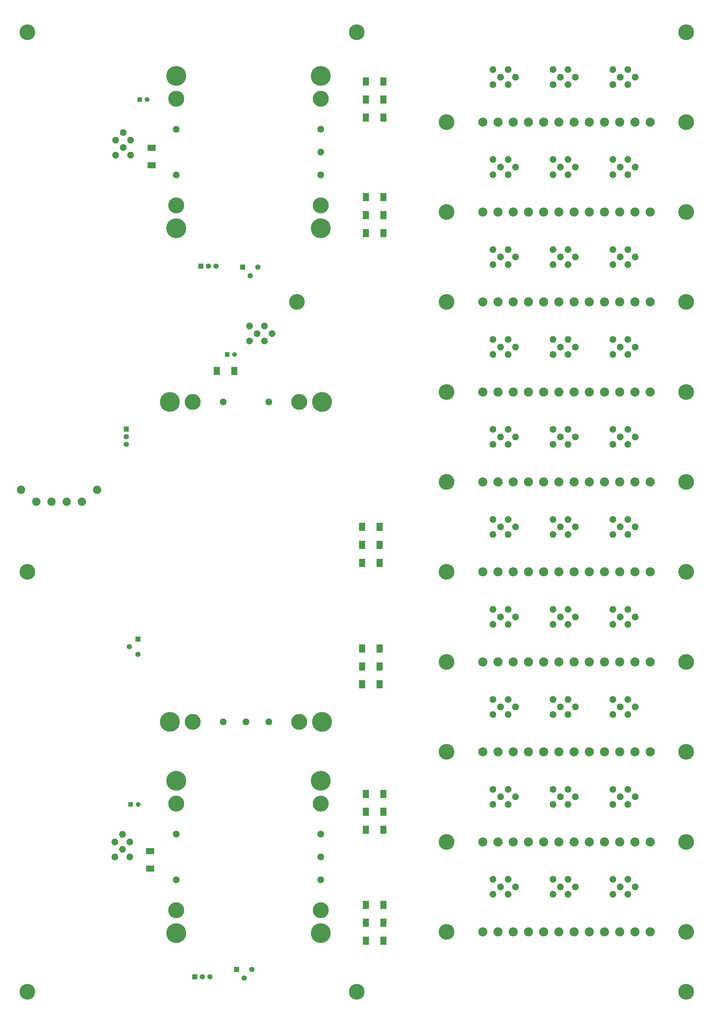
<source format=gbr>
%FSLAX23Y23*%
%MOIN*%
G04 EasyPC Gerber Version 18.0.6 Build 3620 *
%ADD100R,0.08400X0.10800*%
%ADD77R,0.06200X0.06200*%
%ADD94R,0.07000X0.07000*%
%ADD78C,0.06200*%
%ADD95C,0.07000*%
%ADD80C,0.08874*%
%ADD73C,0.09000*%
%ADD81C,0.11000*%
%ADD99C,0.12000*%
%ADD72C,0.20685*%
%ADD74C,0.21000*%
%ADD76R,0.10800X0.08400*%
%ADD93C,0.26000*%
X0Y0D02*
D02*
D72*
X400Y400D03*
Y5912D03*
Y12998D03*
X3943Y9455D03*
X4730Y400D03*
Y12998D03*
X5912Y1187D03*
Y2368D03*
Y3549D03*
Y4730D03*
Y5912D03*
Y7093D03*
Y8274D03*
Y9455D03*
Y10636D03*
Y11817D03*
X9061Y400D03*
Y1187D03*
Y2368D03*
Y3549D03*
Y4730D03*
Y5912D03*
Y7093D03*
Y8274D03*
Y9455D03*
Y10636D03*
Y11817D03*
Y12998D03*
D02*
D73*
X2358Y1871D03*
Y2471D03*
Y11123D03*
Y11723D03*
X2974Y3943D03*
Y8143D03*
X3274Y3943D03*
X3574D03*
Y8143D03*
X4258Y1871D03*
Y2171D03*
Y2471D03*
Y11123D03*
Y11423D03*
Y11723D03*
D02*
D74*
X2358Y1471D03*
Y2871D03*
Y10723D03*
Y12123D03*
X2574Y3943D03*
Y8143D03*
X3974Y3943D03*
Y8143D03*
X4258Y1471D03*
Y2871D03*
Y10723D03*
Y12123D03*
D02*
D76*
X2014Y2016D03*
Y2247D03*
X2034Y11249D03*
Y11480D03*
D02*
D77*
X1758Y2860D03*
X1877Y12112D03*
X3026Y8766D03*
D02*
D78*
X1856Y2860D03*
X1975Y12112D03*
X3124Y8766D03*
D02*
D80*
X1551Y2171D03*
Y2368D03*
X1561Y11384D03*
Y11581D03*
X1650Y2270D03*
Y2467D03*
X1660Y11482D03*
Y11679D03*
X1748Y2171D03*
Y2368D03*
X1758Y11384D03*
Y11581D03*
X3321Y8943D03*
Y9140D03*
X3420Y9041D03*
X3518Y8943D03*
Y9140D03*
X3616Y9041D03*
X6522Y1679D03*
Y1876D03*
Y2860D03*
Y3057D03*
Y4041D03*
Y4238D03*
Y5223D03*
Y5419D03*
Y6404D03*
Y6600D03*
Y7585D03*
Y7782D03*
Y8766D03*
Y8963D03*
Y9947D03*
Y10144D03*
Y11128D03*
Y11325D03*
Y12309D03*
Y12506D03*
X6620Y1778D03*
Y2959D03*
Y4140D03*
Y5321D03*
Y6502D03*
Y7683D03*
Y8864D03*
Y10045D03*
Y11226D03*
Y12408D03*
X6719Y1679D03*
Y1876D03*
Y2860D03*
Y3057D03*
Y4041D03*
Y4238D03*
Y5223D03*
Y5419D03*
Y6404D03*
Y6600D03*
Y7585D03*
Y7782D03*
Y8766D03*
Y8963D03*
Y9947D03*
Y10144D03*
Y11128D03*
Y11325D03*
Y12309D03*
Y12506D03*
X6817Y1778D03*
Y2959D03*
Y4140D03*
Y5321D03*
Y6502D03*
Y7683D03*
Y8864D03*
Y10045D03*
Y11226D03*
Y12408D03*
X7309Y1679D03*
Y1876D03*
Y2860D03*
Y3057D03*
Y4041D03*
Y4238D03*
Y5223D03*
Y5419D03*
Y6404D03*
Y6600D03*
Y7585D03*
Y7782D03*
Y8766D03*
Y8963D03*
Y9947D03*
Y10144D03*
Y11128D03*
Y11325D03*
Y12309D03*
Y12506D03*
X7408Y1778D03*
Y2959D03*
Y4140D03*
Y5321D03*
Y6502D03*
Y7683D03*
Y8864D03*
Y10045D03*
Y11226D03*
Y12408D03*
X7506Y1679D03*
Y1876D03*
Y2860D03*
Y3057D03*
Y4041D03*
Y4238D03*
Y5223D03*
Y5419D03*
Y6404D03*
Y6600D03*
Y7585D03*
Y7782D03*
Y8766D03*
Y8963D03*
Y9947D03*
Y10144D03*
Y11128D03*
Y11325D03*
Y12309D03*
Y12506D03*
X7604Y1778D03*
Y2959D03*
Y4140D03*
Y5321D03*
Y6502D03*
Y7683D03*
Y8864D03*
Y10045D03*
Y11226D03*
Y12408D03*
X8097Y1679D03*
Y1876D03*
Y2860D03*
Y3057D03*
Y4041D03*
Y4238D03*
Y5223D03*
Y5419D03*
Y6404D03*
Y6600D03*
Y7585D03*
Y7782D03*
Y8766D03*
Y8963D03*
Y9947D03*
Y10144D03*
Y11128D03*
Y11325D03*
Y12309D03*
Y12506D03*
X8195Y1778D03*
Y2959D03*
Y4140D03*
Y5321D03*
Y6502D03*
Y7683D03*
Y8864D03*
Y10045D03*
Y11226D03*
Y12408D03*
X8293Y1679D03*
Y1876D03*
Y2860D03*
Y3057D03*
Y4041D03*
Y4238D03*
Y5223D03*
Y5419D03*
Y6404D03*
Y6600D03*
Y7585D03*
Y7782D03*
Y8766D03*
Y8963D03*
Y9947D03*
Y10144D03*
Y11128D03*
Y11325D03*
Y12309D03*
Y12506D03*
X8392Y1778D03*
Y2959D03*
Y4140D03*
Y5321D03*
Y6502D03*
Y7683D03*
Y8864D03*
Y10045D03*
Y11226D03*
Y12408D03*
D02*
D81*
X318Y6990D03*
X518Y6833D03*
X718D03*
X918D03*
X1118D03*
X1318Y6990D03*
D02*
D93*
X2274Y3943D03*
Y8143D03*
X2358Y1171D03*
Y3171D03*
Y10423D03*
Y12423D03*
X4258Y1171D03*
Y3171D03*
Y10423D03*
Y12423D03*
X4274Y3943D03*
Y8143D03*
D02*
D94*
X1699Y7785D03*
X1853Y5029D03*
X2601Y597D03*
X2680Y9927D03*
X3152Y692D03*
X3231Y9912D03*
D02*
D95*
X1699Y7585D03*
Y7685D03*
X1741Y4929D03*
X1853Y4829D03*
X2701Y597D03*
X2780Y9927D03*
X2801Y597D03*
X2880Y9927D03*
X3252Y580D03*
X3331Y9800D03*
X3352Y692D03*
X3431Y9912D03*
D02*
D99*
X6386Y1187D03*
Y2368D03*
Y3549D03*
Y4730D03*
Y5912D03*
Y7093D03*
Y8274D03*
Y9455D03*
Y10636D03*
Y11817D03*
X6586Y1187D03*
Y2368D03*
Y3549D03*
Y4730D03*
Y5912D03*
Y7093D03*
Y8274D03*
Y9455D03*
Y10636D03*
Y11817D03*
X6786Y1187D03*
Y2368D03*
Y3549D03*
Y4730D03*
Y5912D03*
Y7093D03*
Y8274D03*
Y9455D03*
Y10636D03*
Y11817D03*
X6986Y1187D03*
Y2368D03*
Y3549D03*
Y4730D03*
Y5912D03*
Y7093D03*
Y8274D03*
Y9455D03*
Y10636D03*
Y11817D03*
X7186Y1187D03*
Y2368D03*
Y3549D03*
Y4730D03*
Y5912D03*
Y7093D03*
Y8274D03*
Y9455D03*
Y10636D03*
Y11817D03*
X7386Y1187D03*
Y2368D03*
Y3549D03*
Y4730D03*
Y5912D03*
Y7093D03*
Y8274D03*
Y9455D03*
Y10636D03*
Y11817D03*
X7586Y1187D03*
Y2368D03*
Y3549D03*
Y4730D03*
Y5912D03*
Y7093D03*
Y8274D03*
Y9455D03*
Y10636D03*
Y11817D03*
X7786Y1187D03*
Y2368D03*
Y3549D03*
Y4730D03*
Y5912D03*
Y7093D03*
Y8274D03*
Y9455D03*
Y10636D03*
Y11817D03*
X7986Y1187D03*
Y2368D03*
Y3549D03*
Y4730D03*
Y5912D03*
Y7093D03*
Y8274D03*
Y9455D03*
Y10636D03*
Y11817D03*
X8186Y1187D03*
Y2368D03*
Y3549D03*
Y4730D03*
Y5912D03*
Y7093D03*
Y8274D03*
Y9455D03*
Y10636D03*
Y11817D03*
X8386Y1187D03*
Y2368D03*
Y3549D03*
Y4730D03*
Y5912D03*
Y7093D03*
Y8274D03*
Y9455D03*
Y10636D03*
Y11817D03*
X8586Y1187D03*
Y2368D03*
Y3549D03*
Y4730D03*
Y5912D03*
Y7093D03*
Y8274D03*
Y9455D03*
Y10636D03*
Y11817D03*
D02*
D100*
X2891Y8549D03*
X3122D03*
X4800Y4435D03*
Y4671D03*
Y4908D03*
Y6030D03*
Y6266D03*
Y6502D03*
X4851Y1069D03*
Y1305D03*
Y1541D03*
Y2526D03*
Y2762D03*
Y2998D03*
Y10360D03*
Y10597D03*
Y10833D03*
Y11876D03*
Y12112D03*
Y12349D03*
X5031Y4435D03*
Y4671D03*
Y4908D03*
Y6030D03*
Y6266D03*
Y6502D03*
X5082Y1069D03*
Y1305D03*
Y1541D03*
Y2526D03*
Y2762D03*
Y2998D03*
Y10360D03*
Y10597D03*
Y10833D03*
Y11876D03*
Y12112D03*
Y12349D03*
X0Y0D02*
M02*

</source>
